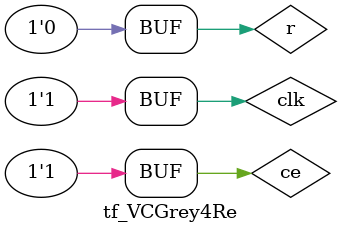
<source format=v>
`timescale 1ns / 1ps


module tf_VCGrey4Re;

	// Inputs
	reg clk;
	reg ce;
	reg r;

	// Outputs
	wire [3:0] Y;
	wire CEO;
	wire TC;

	// Instantiate the Unit Under Test (UUT)
	VCGrey4Re uut (
		.clk(clk), 
		.ce(ce), 
		.r(r), 
		.Y(Y), 
		.CEO(CEO), 
		.TC(TC)
	);

parameter Tclk=20; //Ïåðèîä ñèãíàëà ñèíõðîíèçàöèè 20 íñ
always begin clk=0; #(Tclk/2); clk=1; #(Tclk/2); end
parameter Tce=80; //Ïåðèîä ñèãíàëà ce 80 íñ
always begin ce=0; #(3*Tce/4); ce=1; #(1*Tce/4); end
initial begin // Initialize Inputs
clk = 0;
ce = 0;
r = 0; //Èñõîäíîå ñîñòîÿíèå âõîäîâ
#92; r = 1; //×åðåç 92 íñ 1
#5; r = 0; // ×åðåç 5 íñ 0
#111; r = 1; //×åðåç 111 íñ 1
#70; r = 0; // ×åðåç 70 íñ 0
end
      
endmodule


</source>
